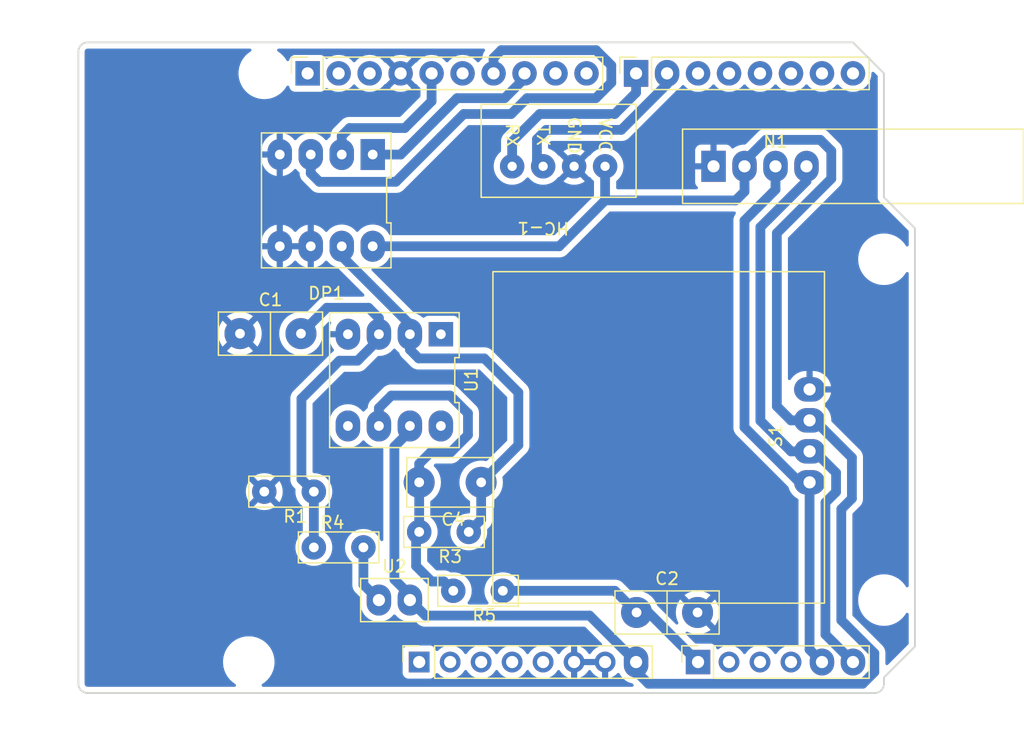
<source format=kicad_pcb>
(kicad_pcb (version 20211014) (generator pcbnew)
  (title_block (date "mar. 31 mars 2015"))
  (layers (0 "F.Cu" signal) (31 "B.Cu" signal) (34 "B.Paste" user) (35 "F.Paste" user) (36 "B.SilkS" user "B.Silkscreen") (37 "F.SilkS" user "F.Silkscreen") (38 "B.Mask" user) (39 "F.Mask" user) (44 "Edge.Cuts" user))
  (net 0 "")
  (net 1 "GND")
  (net 3 "+5V")
  (net 4 "/IOREF")
  (net 5 "/A0")
  (net 6 "/A1")
  (net 7 "/A2")
  (net 8 "/A3")
  (net 9 "/SDA{slash}A4")
  (net 10 "/SCL{slash}A5")
  (net 11 "/13")
  (net 12 "/12")
  (net 13 "/AREF")
  (net 14 "/8")
  (net 15 "Net-(C1-Pad1)")
  (net 16 "Net-(C4-Pad1)")
  (net 17 "/*9")
  (net 18 "/2")
  (net 19 "/*10")
  (net 20 "/TX{slash}1")
  (net 21 "/*3")
  (net 22 "/RX{slash}0")
  (net 23 "+3V3")
  (net 24 "VCC")
  (net 25 "/~{RESET}")
  (net 26 "Net-(C4-Pad2)")
  (net 27 "/*11")
  (net 28 "/7")
  (net 31 "Net-(R4-Pad2)")
  (net 32 "/4")
  (net 33 "/*5")
  (net 34 "/*6")
  (footprint "Connector_PinSocket_2.54mm:PinSocket_1x08_P2.54mm_Vertical" (layer "F.Cu") (at 127.94 97.46 90)
    (fp_text reference "J1" hide)
    (fp_text value "Power")
    (fp_line (start -1.33 19.11) (end 1.33 19.11) (layer "F.SilkS") (width 0.12))
    (fp_line (start 1.33 1.27) (end 1.33 19.11) (layer "F.SilkS") (width 0.12))
    (fp_line (start -1.33 1.27) (end 1.33 1.27) (layer "F.SilkS") (width 0.12))
    (fp_line (start 0 -1.33) (end 1.33 -1.33) (layer "F.SilkS") (width 0.12))
    (fp_line (start 1.33 -1.33) (end 1.33 0) (layer "F.SilkS") (width 0.12))
    (fp_line (start -1.33 1.27) (end -1.33 19.11) (layer "F.SilkS") (width 0.12))
    (pad "1" thru_hole rect locked (at 0 0 90) (size 1.7 1.7) (drill 1) (layers *.Cu *.Mask))
    (pad "2" thru_hole oval locked (at 0 2.54 90) (size 1.7 1.7) (drill 1) (layers *.Cu *.Mask) (net 4 "/IOREF"))
    (pad "3" thru_hole oval locked (at 0 5.08 90) (size 1.7 1.7) (drill 1) (layers *.Cu *.Mask) (net 25 "/~{RESET}"))
    (pad "4" thru_hole oval locked (at 0 7.62 90) (size 1.7 1.7) (drill 1) (layers *.Cu *.Mask) (net 23 "+3V3"))
    (pad "5" thru_hole oval locked (at 0 10.16 90) (size 1.7 1.7) (drill 1) (layers *.Cu *.Mask) (net 3 "+5V"))
    (pad "6" thru_hole oval locked (at 0 12.7 90) (size 1.7 1.7) (drill 1) (layers *.Cu *.Mask) (net 1 "GND"))
    (pad "7" thru_hole oval locked (at 0 15.24 90) (size 1.7 1.7) (drill 1) (layers *.Cu *.Mask) (net 1 "GND"))
    (pad "8" thru_hole oval locked (at 0 17.78 90) (size 2.54 2) (drill 1) (layers *.Cu *.Mask) (net 24 "VCC"))
  )
  (footprint "Connector_PinSocket_2.54mm:PinSocket_1x06_P2.54mm_Vertical" (layer "F.Cu") (at 150.8 97.46 90)
    (fp_text reference "J3" hide)
    (fp_text value "Analog")
    (fp_line (start 1.33 1.27) (end 1.33 14.03) (layer "F.SilkS") (width 0.12))
    (fp_line (start 0 -1.33) (end 1.33 -1.33) (layer "F.SilkS") (width 0.12))
    (fp_line (start -1.33 1.27) (end 1.33 1.27) (layer "F.SilkS") (width 0.12))
    (fp_line (start -1.33 1.27) (end -1.33 14.03) (layer "F.SilkS") (width 0.12))
    (fp_line (start -1.33 14.03) (end 1.33 14.03) (layer "F.SilkS") (width 0.12))
    (fp_line (start 1.33 -1.33) (end 1.33 0) (layer "F.SilkS") (width 0.12))
    (pad "1" thru_hole rect locked (at 0 0 90) (size 2 2) (drill 1) (layers *.Cu *.Mask) (net 5 "/A0"))
    (pad "2" thru_hole oval locked (at 0 2.54 90) (size 1.7 1.7) (drill 1) (layers *.Cu *.Mask) (net 6 "/A1"))
    (pad "3" thru_hole oval locked (at 0 5.08 90) (size 1.7 1.7) (drill 1) (layers *.Cu *.Mask) (net 7 "/A2"))
    (pad "4" thru_hole oval locked (at 0 7.62 90) (size 1.7 1.7) (drill 1) (layers *.Cu *.Mask) (net 8 "/A3"))
    (pad "5" thru_hole oval locked (at 0 10.16 90) (size 2.2 2) (drill 1) (layers *.Cu *.Mask) (net 9 "/SDA{slash}A4"))
    (pad "6" thru_hole oval locked (at 0 12.7 90) (size 2.2 2) (drill 1) (layers *.Cu *.Mask) (net 10 "/SCL{slash}A5"))
  )
  (footprint "Connector_PinSocket_2.54mm:PinSocket_1x10_P2.54mm_Vertical" (layer "F.Cu") (at 118.796 49.2 90)
    (fp_text reference "J2" hide)
    (fp_text value "Digital/PWM")
    (fp_line (start -1.33 24.19) (end 1.33 24.19) (layer "F.SilkS") (width 0.12))
    (fp_line (start -1.33 1.27) (end -1.33 24.19) (layer "F.SilkS") (width 0.12))
    (fp_line (start 1.33 -1.33) (end 1.33 0) (layer "F.SilkS") (width 0.12))
    (fp_line (start 0 -1.33) (end 1.33 -1.33) (layer "F.SilkS") (width 0.12))
    (fp_line (start 1.33 1.27) (end 1.33 24.19) (layer "F.SilkS") (width 0.12))
    (fp_line (start -1.33 1.27) (end 1.33 1.27) (layer "F.SilkS") (width 0.12))
    (pad "1" thru_hole rect locked (at 0 0 90) (size 2 2) (drill 1) (layers *.Cu *.Mask))
    (pad "2" thru_hole circle locked (at 0 2.54 90) (size 2 2) (drill 1) (layers *.Cu *.Mask))
    (pad "3" thru_hole circle locked (at 0 5.08 90) (size 2 2) (drill 1) (layers *.Cu *.Mask) (net 13 "/AREF"))
    (pad "4" thru_hole circle locked (at 0 7.62 90) (size 2 2) (drill 1) (layers *.Cu *.Mask) (net 1 "GND"))
    (pad "5" thru_hole circle locked (at 0 10.16 90) (size 2 2) (drill 1) (layers *.Cu *.Mask) (net 11 "/13"))
    (pad "6" thru_hole circle locked (at 0 12.7 90) (size 2 2) (drill 1) (layers *.Cu *.Mask) (net 12 "/12"))
    (pad "7" thru_hole circle locked (at 0 15.24 90) (size 2 2) (drill 1) (layers *.Cu *.Mask) (net 27 "/*11"))
    (pad "8" thru_hole circle locked (at 0 17.78 90) (size 2 2) (drill 1) (layers *.Cu *.Mask) (net 19 "/*10"))
    (pad "9" thru_hole circle locked (at 0 20.32 90) (size 2 2) (drill 1) (layers *.Cu *.Mask) (net 17 "/*9"))
    (pad "10" thru_hole circle locked (at 0 22.86 90) (size 2 2) (drill 1) (layers *.Cu *.Mask) (net 14 "/8"))
  )
  (footprint "Connector_PinSocket_2.54mm:PinSocket_1x08_P2.54mm_Vertical" (layer "F.Cu") (at 145.72 49.2 90)
    (fp_text reference "J4" hide)
    (fp_text value "Digital/PWM")
    (fp_line (start -1.33 19.11) (end 1.33 19.11) (layer "F.SilkS") (width 0.12))
    (fp_line (start -1.33 1.27) (end -1.33 19.11) (layer "F.SilkS") (width 0.12))
    (fp_line (start 0 -1.33) (end 1.33 -1.33) (layer "F.SilkS") (width 0.12))
    (fp_line (start -1.33 1.27) (end 1.33 1.27) (layer "F.SilkS") (width 0.12))
    (fp_line (start 1.33 -1.33) (end 1.33 0) (layer "F.SilkS") (width 0.12))
    (fp_line (start 1.33 1.27) (end 1.33 19.11) (layer "F.SilkS") (width 0.12))
    (pad "1" thru_hole rect locked (at 0 0 90) (size 2.2 2) (drill 1) (layers *.Cu *.Mask) (net 28 "/7"))
    (pad "2" thru_hole oval locked (at 0 2.54 90) (size 2.2 2) (drill 1) (layers *.Cu *.Mask) (net 34 "/*6"))
    (pad "3" thru_hole circle locked (at 0 5.08 90) (size 2 2) (drill 1) (layers *.Cu *.Mask) (net 33 "/*5"))
    (pad "4" thru_hole circle locked (at 0 7.62 90) (size 2 2) (drill 1) (layers *.Cu *.Mask) (net 32 "/4"))
    (pad "5" thru_hole circle locked (at 0 10.16 90) (size 2 2) (drill 1) (layers *.Cu *.Mask) (net 21 "/*3"))
    (pad "6" thru_hole circle locked (at 0 12.7 90) (size 2 2) (drill 1) (layers *.Cu *.Mask) (net 18 "/2"))
    (pad "7" thru_hole circle locked (at 0 15.24 90) (size 2 2) (drill 1) (layers *.Cu *.Mask) (net 20 "/TX{slash}1"))
    (pad "8" thru_hole circle locked (at 0 17.78 90) (size 2 2) (drill 1) (layers *.Cu *.Mask) (net 22 "/RX{slash}0"))
  )
  (footprint "Librarie_Empreinte_capt_graphite:C_moutarde" (layer "F.Cu") (at 148.26 93.396 180)
    (fp_text reference "C2" (at 0 2.77) (layer "F.SilkS"))
    (fp_text value "100n")
    (fp_line (start 0 -1.77) (end 0 1.77) (layer "F.SilkS") (width 0.12))
    (fp_line (start -4.27 -1.77) (end 4.27 -1.77) (layer "F.SilkS") (width 0.12))
    (fp_line (start -4.27 1.77) (end -4.27 -1.77) (layer "F.SilkS") (width 0.12))
    (fp_line (start 4.27 1.77) (end -4.27 1.77) (layer "F.SilkS") (width 0.12))
    (fp_line (start 4.27 -1.77) (end 4.27 1.77) (layer "F.SilkS") (width 0.12))
    (pad "1" thru_hole circle (at -2.5 0 180) (size 2.54 2.54) (drill 0.8) (layers *.Cu *.Mask) (net 1 "GND"))
    (pad "2" thru_hole circle (at 2.5 0 180) (size 2.54 2.54) (drill 0.8) (layers *.Cu *.Mask) (net 5 "/A0"))
  )
  (footprint "Librarie_Empreinte_capt_graphite:LTC1050" (layer "F.Cu") (at 125.908 74.346 180)
    (fp_text reference "U1" (at -6.31 0 90) (layer "F.SilkS"))
    (fp_text value "LTC1050")
    (fp_line (start -4.95 -1.843333) (end -4.95 1.843333) (layer "F.SilkS") (width 0.12))
    (fp_line (start -5.31 -1.843333) (end -4.95 -1.843333) (layer "F.SilkS") (width 0.12))
    (fp_line (start -4.95 1.843333) (end -5.31 1.843333) (layer "F.SilkS") (width 0.12))
    (fp_line (start -5.31 -5.53) (end -5.31 -1.843333) (layer "F.SilkS") (width 0.12))
    (fp_line (start -5.31 5.53) (end 5.31 5.53) (layer "F.SilkS") (width 0.12))
    (fp_line (start -5.31 1.843333) (end -5.31 5.53) (layer "F.SilkS") (width 0.12))
    (fp_line (start 5.31 5.53) (end 5.31 -5.53) (layer "F.SilkS") (width 0.12))
    (fp_line (start 5.31 -5.53) (end -5.31 -5.53) (layer "F.SilkS") (width 0.12))
    (pad "1" thru_hole rect (at -3.81 3.76 180) (size 2 2) (drill 0.8) (layers *.Cu *.Mask))
    (pad "2" thru_hole oval (at -1.27 3.76 180) (size 2 2.54) (drill 0.8) (layers *.Cu *.Mask) (net 26 "Net-(C4-Pad2)"))
    (pad "3" thru_hole oval (at 1.27 3.76 180) (size 2 2.54) (drill 0.8) (layers *.Cu *.Mask) (net 15 "Net-(C1-Pad1)"))
    (pad "4" thru_hole oval (at 3.81 3.76 180) (size 2 2.54) (drill 0.8) (layers *.Cu *.Mask) (net 1 "GND"))
    (pad "5" thru_hole oval (at 3.81 -3.76 180) (size 2 2.54) (drill 0.8) (layers *.Cu *.Mask))
    (pad "6" thru_hole oval (at 1.27 -3.76 180) (size 2 2.54) (drill 0.8) (layers *.Cu *.Mask) (net 16 "Net-(C4-Pad1)"))
    (pad "7" thru_hole oval (at -1.27 -3.76 180) (size 2 2.54) (drill 0.8) (layers *.Cu *.Mask) (net 24 "VCC"))
    (pad "8" thru_hole oval (at -3.81 -3.76 180) (size 2 2.54) (drill 0.8) (layers *.Cu *.Mask))
  )
  (footprint "Librarie_Empreinte_capt_graphite:OLED" (layer "F.Cu") (at 159.944 78.918 -90)
    (fp_text reference "S1" (at 0 2.77 90) (layer "F.SilkS"))
    (fp_text value "OLED")
    (fp_rect (start -13.462 -1.2192) (end 13.716 25.9588) (layer "F.SilkS") (width 0.12) (fill none))
    (pad "1" thru_hole oval (at -3.81 0 270) (size 2 2.54) (drill 1) (layers *.Cu *.Mask) (net 1 "GND"))
    (pad "2" thru_hole oval (at -1.27 0 270) (size 2 2.54) (drill 1) (layers *.Cu *.Mask) (net 24 "VCC"))
    (pad "3" thru_hole oval (at 1.27 0 270) (size 2 2.54) (drill 1) (layers *.Cu *.Mask) (net 10 "/SCL{slash}A5"))
    (pad "4" thru_hole oval (at 3.81 0 270) (size 2 2.54) (drill 1) (layers *.Cu *.Mask) (net 9 "/SDA{slash}A4"))
  )
  (footprint "Librarie_Empreinte_capt_graphite:Nunchuk" (layer "F.Cu") (at 157.15 56.82)
    (fp_text reference "N1" (at 0 -2.032 unlocked) (layer "F.SilkS"))
    (fp_text value "Nunchuk")
    (fp_rect (start -7.62 -3.048) (end 20.32 3.048) (layer "F.SilkS") (width 0.12) (fill none))
    (pad "1" thru_hole rect (at -5.08 0) (size 2 2.54) (drill 1) (layers *.Cu *.Mask) (net 1 "GND"))
    (pad "2" thru_hole oval (at -2.54 0) (size 2 2.54) (drill 1) (layers *.Cu *.Mask) (net 24 "VCC"))
    (pad "3" thru_hole oval (at 0 0) (size 2 2.54) (drill 1) (layers *.Cu *.Mask) (net 9 "/SDA{slash}A4"))
    (pad "4" thru_hole oval (at 2.54 0) (size 2 2.54) (drill 1) (layers *.Cu *.Mask) (net 10 "/SCL{slash}A5"))
  )
  (footprint "Librarie_Empreinte_capt_graphite:Capteur_graphite" (layer "F.Cu") (at 125.908 92.38 180)
    (fp_text reference "U2" (at 0 2.77) (layer "F.SilkS"))
    (fp_text value "Capteur_graphite")
    (fp_line (start -2.77 -1.77) (end 2.77 -1.77) (layer "F.SilkS") (width 0.12))
    (fp_line (start 2.77 -1.77) (end 2.77 1.77) (layer "F.SilkS") (width 0.12))
    (fp_line (start -2.77 1.77) (end -2.77 -1.77) (layer "F.SilkS") (width 0.12))
    (fp_line (start 2.77 1.77) (end -2.77 1.77) (layer "F.SilkS") (width 0.12))
    (pad "1" thru_hole oval (at -1.27 0 180) (size 2 2.54) (drill 1) (layers *.Cu *.Mask) (net 24 "VCC"))
    (pad "2" thru_hole oval (at 1.27 0 180) (size 2 2.54) (drill 1) (layers *.Cu *.Mask) (net 31 "Net-(R4-Pad2)"))
  )
  (footprint "Arduino_MountingHole:MountingHole_3.2mm" (layer "F.Cu") (at 115.24 49.2)
    (fp_text reference "MH1" hide)
    (fp_text value "MountingHole_3.2mm" hide)
    (pad "" np_thru_hole circle locked (at 0 0) (size 3.2 3.2) (drill 3.2) (layers *.Cu *.Mask))
  )
  (footprint "Librarie_Empreinte_capt_graphite:C_rouge" (layer "F.Cu") (at 130.48 82.728)
    (fp_text reference "C4" (at 0.254 3.048) (layer "F.SilkS"))
    (fp_text value "1µ")
    (fp_rect (start -3.556 -2.032) (end 3.556 2.032) (layer "F.SilkS") (width 0.12) (fill none))
    (pad "1" thru_hole circle (at -2.54 0) (size 2.54 2.54) (drill 0.8) (layers *.Cu *.Mask) (net 16 "Net-(C4-Pad1)"))
    (pad "2" thru_hole circle (at 2.54 0) (size 2.54 2.54) (drill 0.8) (layers *.Cu *.Mask) (net 26 "Net-(C4-Pad2)"))
  )
  (footprint "Librarie_Empreinte_capt_graphite:C_moutarde" (layer "F.Cu") (at 115.748 70.536 180)
    (fp_text reference "C1" (at 0 2.77) (layer "F.SilkS"))
    (fp_text value "100n")
    (fp_line (start -4.27 -1.77) (end 4.27 -1.77) (layer "F.SilkS") (width 0.12))
    (fp_line (start -4.27 1.77) (end -4.27 -1.77) (layer "F.SilkS") (width 0.12))
    (fp_line (start 0 -1.77) (end 0 1.77) (layer "F.SilkS") (width 0.12))
    (fp_line (start 4.27 -1.77) (end 4.27 1.77) (layer "F.SilkS") (width 0.12))
    (fp_line (start 4.27 1.77) (end -4.27 1.77) (layer "F.SilkS") (width 0.12))
    (pad "1" thru_hole circle (at -2.5 0 180) (size 2.54 2.54) (drill 0.8) (layers *.Cu *.Mask) (net 15 "Net-(C1-Pad1)"))
    (pad "2" thru_hole circle (at 2.5 0 180) (size 2.54 2.54) (drill 0.8) (layers *.Cu *.Mask) (net 1 "GND"))
  )
  (footprint "Librarie_Empreinte_capt_graphite:R" (layer "F.Cu") (at 118.796 83.49 180)
    (fp_text reference "R1" (at 1.016 -2.032) (layer "F.SilkS"))
    (fp_text value "100k")
    (fp_rect (start -1.778 -1.27) (end 4.826 1.27) (layer "F.SilkS") (width 0.12) (fill none))
    (pad "1" thru_hole circle (at -0.508 0 180) (size 2 2) (drill 0.8) (layers *.Cu *.Mask) (net 15 "Net-(C1-Pad1)"))
    (pad "2" thru_hole circle (at 3.556 0 180) (size 2 2) (drill 0.8) (layers *.Cu *.Mask) (net 1 "GND"))
  )
  (footprint "Librarie_Empreinte_capt_graphite:Bluetooth_Empreinte" (layer "F.Cu") (at 138.1 54.28 180)
    (fp_text reference "HC-1" (at 0 -7.62 180 unlocked) (layer "F.SilkS"))
    (fp_text value "Bluetooth")
    (fp_text user "RX" (at 2.54 0 270 unlocked) (layer "F.SilkS"))
    (fp_text user "TX" (at 0 0 270 unlocked) (layer "F.SilkS"))
    (fp_text user "VCC" (at -5.08 0 270 unlocked) (layer "F.SilkS"))
    (fp_text user "GND" (at -2.54 0 270 unlocked) (layer "F.SilkS"))
    (fp_line (start -7.62 0) (end -7.62 2.54) (layer "F.SilkS") (width 0.12))
    (fp_line (start 5.08 0) (end 5.08 2.54) (layer "F.SilkS") (width 0.12))
    (fp_line (start -7.62 2.54) (end 5.08 2.54) (layer "F.SilkS") (width 0.12))
    (fp_rect (start 5.08 -5.08) (end 5.08 -2.54) (layer "F.SilkS") (width 0.12) (fill none))
    (fp_rect (start 5.08 -5.08) (end -7.62 -5.08) (layer "F.SilkS") (width 0.12) (fill none))
    (fp_rect (start 5.08 -2.54) (end 5.08 0) (layer "F.SilkS") (width 0.12) (fill none))
    (fp_rect (start -7.62 0) (end -7.62 -5.08) (layer "F.SilkS") (width 0.12) (fill none))
    (pad "1" thru_hole circle (at -5.08 -2.54 180) (size 2 2) (drill 0.762) (layers *.Cu *.Mask) (net 24 "VCC"))
    (pad "2" thru_hole circle (at -2.54 -2.54 180) (size 2 2) (drill 0.762) (layers *.Cu *.Mask) (net 1 "GND"))
    (pad "3" thru_hole circle (at 0 -2.54 180) (size 2 2) (drill 0.762) (layers *.Cu *.Mask) (net 34 "/*6"))
    (pad "4" thru_hole circle (at 2.54 -2.54 180) (size 2 2) (drill 0.762) (layers *.Cu *.Mask) (net 28 "/7"))
  )
  (footprint "Librarie_Empreinte_capt_graphite:R" (layer "F.Cu") (at 119.812 88.062)
    (fp_text reference "R4" (at 1.016 -2.032) (layer "F.SilkS"))
    (fp_text value "10k")
    (fp_rect (start -1.778 -1.27) (end 4.826 1.27) (layer "F.SilkS") (width 0.12) (fill none))
    (pad "1" thru_hole circle (at -0.508 0) (size 2 2) (drill 0.8) (layers *.Cu *.Mask) (net 15 "Net-(C1-Pad1)"))
    (pad "2" thru_hole circle (at 3.556 0) (size 2 2) (drill 0.8) (layers *.Cu *.Mask) (net 31 "Net-(R4-Pad2)"))
  )
  (footprint "Arduino_MountingHole:MountingHole_3.2mm" (layer "F.Cu") (at 113.97 97.46)
    (fp_text reference "MH2" hide)
    (fp_text value "MountingHole_3.2mm" hide)
    (pad "" np_thru_hole circle locked (at 0 0) (size 3.2 3.2) (drill 3.2) (layers *.Cu *.Mask))
  )
  (footprint "Arduino_MountingHole:MountingHole_3.2mm" (layer "F.Cu") (at 166.04 64.44)
    (fp_text reference "MH3" hide)
    (fp_text value "MountingHole_3.2mm" hide)
    (pad "" np_thru_hole circle locked (at 0 0) (size 3.2 3.2) (drill 3.2) (layers *.Cu *.Mask))
  )
  (footprint "Arduino_MountingHole:MountingHole_3.2mm" (layer "F.Cu") (at 166.04 92.38)
    (fp_text reference "MH4" hide)
    (fp_text value "MountingHole_3.2mm" hide)
    (pad "" np_thru_hole circle locked (at 0 0) (size 3.2 3.2) (drill 3.2) (layers *.Cu *.Mask))
  )
  (footprint "Librarie_Empreinte_capt_graphite:R" (layer "F.Cu") (at 131.496 86.792 180)
    (fp_text reference "R3" (at 1.016 -2.032) (layer "F.SilkS"))
    (fp_text value "100k")
    (fp_rect (start -1.778 -1.27) (end 4.826 1.27) (layer "F.SilkS") (width 0.12) (fill none))
    (pad "1" thru_hole circle (at -0.508 0 180) (size 2 2) (drill 0.8) (layers *.Cu *.Mask) (net 26 "Net-(C4-Pad2)"))
    (pad "2" thru_hole circle (at 3.556 0 180) (size 2 2) (drill 0.8) (layers *.Cu *.Mask) (net 16 "Net-(C4-Pad1)"))
  )
  (footprint "Librarie_Empreinte_capt_graphite:Digital potentimeter" (layer "F.Cu") (at 120.32 59.614 180)
    (fp_text reference "DP1" (at 0 -7.62) (layer "F.SilkS"))
    (fp_text value "Digital_Potentiometer")
    (fp_line (start -5.31 -5.53) (end -5.31 -1.843333) (layer "F.SilkS") (width 0.12))
    (fp_line (start -4.95 -1.843333) (end -4.95 1.843333) (layer "F.SilkS") (width 0.12))
    (fp_line (start -5.31 5.53) (end 5.31 5.53) (layer "F.SilkS") (width 0.12))
    (fp_line (start -5.31 1.843333) (end -5.31 5.53) (layer "F.SilkS") (width 0.12))
    (fp_line (start -4.95 1.843333) (end -5.31 1.843333) (layer "F.SilkS") (width 0.12))
    (fp_line (start 5.31 -5.53) (end -5.31 -5.53) (layer "F.SilkS") (width 0.12))
    (fp_line (start -5.31 -1.843333) (end -4.95 -1.843333) (layer "F.SilkS") (width 0.12))
    (fp_line (start 5.31 5.53) (end 5.31 -5.53) (layer "F.SilkS") (width 0.12))
    (pad "1" thru_hole rect (at -3.81 3.76 180) (size 2 2.54) (drill 0.8) (layers *.Cu *.Mask) (net 19 "/*10"))
    (pad "2" thru_hole oval (at -1.27 3.76 180) (size 2 2.54) (drill 0.8) (layers *.Cu *.Mask) (net 11 "/13"))
    (pad "3" thru_hole oval (at 1.27 3.76 180) (size 2 2.54) (drill 0.8) (layers *.Cu *.Mask) (net 27 "/*11"))
    (pad "4" thru_hole oval (at 3.81 3.76 180) (size 2 2.54) (drill 0.8) (layers *.Cu *.Mask) (net 1 "GND"))
    (pad "5" thru_hole oval (at 3.81 -3.76 180) (size 2 2.54) (drill 0.8) (layers *.Cu *.Mask) (net 1 "GND"))
    (pad "6" thru_hole oval (at 1.27 -3.76 180) (size 2 2.54) (drill 0.8) (layers *.Cu *.Mask) (net 1 "GND"))
    (pad "7" thru_hole oval (at -1.27 -3.76 180) (size 2 2.54) (drill 0.8) (layers *.Cu *.Mask) (net 26 "Net-(C4-Pad2)"))
    (pad "8" thru_hole oval (at -3.81 -3.76 180) (size 2 2.54) (drill 0.8) (layers *.Cu *.Mask) (net 24 "VCC"))
  )
  (footprint "Librarie_Empreinte_capt_graphite:R" (layer "F.Cu") (at 134.29 91.618 180)
    (fp_text reference "R5" (at 1.016 -2.032) (layer "F.SilkS"))
    (fp_text value "1k")
    (fp_rect (start -1.778 -1.27) (end 4.826 1.27) (layer "F.SilkS") (width 0.12) (fill none))
    (pad "1" thru_hole circle (at -0.508 0 180) (size 2 2) (drill 0.8) (layers *.Cu *.Mask) (net 5 "/A0"))
    (pad "2" thru_hole circle (at 3.556 0 180) (size 2 2) (drill 0.8) (layers *.Cu *.Mask) (net 16 "Net-(C4-Pad1)"))
  )
  (gr_line (start 166.04 59.36) (end 168.58 61.9) (layer "Edge.Cuts") (width 0.15))
  (gr_line (start 100 99.238) (end 100 47.422) (layer "Edge.Cuts") (width 0.15))
  (gr_line (start 168.58 61.9) (end 168.58 96.19) (layer "Edge.Cuts") (width 0.15))
  (gr_line (start 165.278 100) (end 100.762 100) (layer "Edge.Cuts") (width 0.15))
  (gr_line (start 100.762 46.66) (end 163.5 46.66) (layer "Edge.Cuts") (width 0.15))
  (gr_arc (start 100.762 100) (mid 100.223185 99.776815) (end 100 99.238) (layer "Edge.Cuts") (width 0.15))
  (gr_line (start 168.58 96.19) (end 166.04 98.73) (layer "Edge.Cuts") (width 0.15))
  (gr_line (start 163.5 46.66) (end 166.04 49.2) (layer "Edge.Cuts") (width 0.15))
  (gr_arc (start 166.04 99.238) (mid 165.816815 99.776815) (end 165.278 100) (layer "Edge.Cuts") (width 0.15))
  (gr_line (start 166.04 49.2) (end 166.04 59.36) (layer "Edge.Cuts") (width 0.15))
  (gr_line (start 166.04 98.73) (end 166.04 99.238) (layer "Edge.Cuts") (width 0.15))
  (gr_arc (start 100 47.422) (mid 100.223185 46.883185) (end 100.762 46.66) (layer "Edge.Cuts") (width 0.15))
  (segment (start 143.982 91.618) (end 145.76 93.396) (width 0.8) (layer "B.Cu") (net 5))
  (segment (start 134.798 91.618) (end 143.982 91.618) (width 0.8) (layer "B.Cu") (net 5))
  (segment (start 145.76 93.396) (end 146.736 93.396) (width 0.8) (layer "B.Cu") (net 5))
  (segment (start 146.736 93.396) (end 150.8 97.46) (width 0.8) (layer "B.Cu") (net 5))
  (segment (start 159.121522 82.728) (end 159.944 82.728) (width 0.8) (layer "B.Cu") (net 9))
  (segment (start 157.15 58.731044) (end 154.61 61.271044) (width 0.8) (layer "B.Cu") (net 9))
  (segment (start 160.96 97.46) (end 159.944 96.444) (width 0.8) (layer "B.Cu") (net 9))
  (segment (start 154.61 78.216478) (end 159.121522 82.728) (width 0.8) (layer "B.Cu") (net 9))
  (segment (start 159.944 82.728) (end 159.944 96.444) (width 0.8) (layer "B.Cu") (net 9))
  (segment (start 157.15 56.82) (end 157.15 58.731044) (width 0.8) (layer "B.Cu") (net 9))
  (segment (start 154.61 61.271044) (end 154.61 78.216478) (width 0.8) (layer "B.Cu") (net 9))
  (segment (start 155.91 77.678) (end 158.42 80.188) (width 0.8) (layer "B.Cu") (net 10))
  (segment (start 162.114 81.940994) (end 160.361006 80.188) (width 0.8) (layer "B.Cu") (net 10))
  (segment (start 159.69 56.82) (end 159.69 58.029522) (width 0.8) (layer "B.Cu") (net 10))
  (segment (start 160.361006 80.188) (end 159.944 80.188) (width 0.8) (layer "B.Cu") (net 10))
  (segment (start 161.244 95.204) (end 161.244 84.385006) (width 0.8) (layer "B.Cu") (net 10))
  (segment (start 162.114 83.515006) (end 162.114 81.940994) (width 0.8) (layer "B.Cu") (net 10))
  (segment (start 159.69 58.029522) (end 155.91 61.809522) (width 0.8) (layer "B.Cu") (net 10))
  (segment (start 155.91 61.809522) (end 155.91 77.678) (width 0.8) (layer "B.Cu") (net 10))
  (segment (start 158.42 80.188) (end 159.944 80.188) (width 0.8) (layer "B.Cu") (net 10))
  (segment (start 163.5 97.46) (end 161.244 95.204) (width 0.8) (layer "B.Cu") (net 10))
  (segment (start 161.244 84.385006) (end 162.114 83.515006) (width 0.8) (layer "B.Cu") (net 10))
  (segment (start 121.59 54.324) (end 122.23 53.684) (width 0.8) (layer "B.Cu") (net 11))
  (segment (start 126.758 53.684) (end 128.956 51.486) (width 0.8) (layer "B.Cu") (net 11))
  (segment (start 122.23 53.684) (end 126.758 53.684) (width 0.8) (layer "B.Cu") (net 11))
  (segment (start 121.59 55.854) (end 121.59 54.324) (width 0.8) (layer "B.Cu") (net 11))
  (segment (start 128.956 51.486) (end 128.956 49.2) (width 0.8) (layer "B.Cu") (net 11))
  (segment (start 118.248 70.536) (end 120.368 68.416) (width 0.8) (layer "B.Cu") (net 15))
  (segment (start 119.304 83.49) (end 118.288 82.474) (width 0.8) (layer "B.Cu") (net 15))
  (segment (start 120.368 68.416) (end 123.788 68.416) (width 0.8) (layer "B.Cu") (net 15))
  (segment (start 124.638 69.266) (end 124.638 70.586) (width 0.8) (layer "B.Cu") (net 15))
  (segment (start 121.402 72.756) (end 122.885006 72.756) (width 0.8) (layer "B.Cu") (net 15))
  (segment (start 118.288 75.87) (end 121.402 72.756) (width 0.8) (layer "B.Cu") (net 15))
  (segment (start 122.885006 72.756) (end 124.638 71.003006) (width 0.8) (layer "B.Cu") (net 15))
  (segment (start 123.788 68.416) (end 124.638 69.266) (width 0.8) (layer "B.Cu") (net 15))
  (segment (start 118.288 82.474) (end 118.288 75.87) (width 0.8) (layer "B.Cu") (net 15))
  (segment (start 124.638 71.003006) (end 124.638 70.586) (width 0.8) (layer "B.Cu") (net 15))
  (segment (start 119.304 88.062) (end 119.304 83.49) (width 0.8) (layer "B.Cu") (net 15))
  (segment (start 127.94 81.204) (end 128.868 80.276) (width 0.8) (layer "B.Cu") (net 16))
  (segment (start 128.956 90.856) (end 127.686 89.586) (width 0.8) (layer "B.Cu") (net 16))
  (segment (start 125.654 75.616) (end 124.638 76.632) (width 0.8) (layer "B.Cu") (net 16))
  (segment (start 127.686 87.046) (end 127.94 86.792) (width 0.8) (layer "B.Cu") (net 16))
  (segment (start 131.938 78.843006) (end 131.938 77.074) (width 0.8) (layer "B.Cu") (net 16))
  (segment (start 131.938 77.074) (end 130.48 75.616) (width 0.8) (layer "B.Cu") (net 16))
  (segment (start 127.94 82.728) (end 127.94 86.792) (width 0.8) (layer "B.Cu") (net 16))
  (segment (start 129.972 90.856) (end 130.734 91.618) (width 0.8) (layer "B.Cu") (net 16))
  (segment (start 124.638 76.632) (end 124.638 78.106) (width 0.8) (layer "B.Cu") (net 16))
  (segment (start 128.956 90.856) (end 129.972 90.856) (width 0.8) (layer "B.Cu") (net 16))
  (segment (start 127.686 89.586) (end 127.686 87.046) (width 0.8) (layer "B.Cu") (net 16))
  (segment (start 127.94 82.728) (end 127.94 81.204) (width 0.8) (layer "B.Cu") (net 16))
  (segment (start 130.48 75.616) (end 125.654 75.616) (width 0.8) (layer "B.Cu") (net 16))
  (segment (start 130.505006 80.276) (end 131.938 78.843006) (width 0.8) (layer "B.Cu") (net 16))
  (segment (start 128.868 80.276) (end 130.505006 80.276) (width 0.8) (layer "B.Cu") (net 16))
  (segment (start 134.948001 51.232) (end 136.576 49.604001) (width 0.8) (layer "B.Cu") (net 19))
  (segment (start 126.426478 55.854) (end 131.048478 51.232) (width 0.8) (layer "B.Cu") (net 19))
  (segment (start 124.13 55.854) (end 126.426478 55.854) (width 0.8) (layer "B.Cu") (net 19))
  (segment (start 131.048478 51.232) (end 134.948001 51.232) (width 0.8) (layer "B.Cu") (net 19))
  (segment (start 136.576 49.604001) (end 136.576 49.2) (width 0.8) (layer "B.Cu") (net 19))
  (segment (start 161.722 57.836) (end 157.259717 62.298283) (width 0.8) (layer "B.Cu") (net 24))
  (segment (start 127.178 78.106) (end 127.178 78.523006) (width 0.8) (layer "B.Cu") (net 24))
  (segment (start 163.414 84.053484) (end 162.544 84.923484) (width 0.8) (layer "B.Cu") (net 24))
  (segment (start 124.13 63.374) (end 139.42 63.374) (width 0.8) (layer "B.Cu") (net 24))
  (segment (start 162.544 84.923484) (end 162.544 94.029126) (width 0.8) (layer "B.Cu") (net 24))
  (segment (start 153.886 59.614) (end 143.18 59.614) (width 0.8) (layer "B.Cu") (net 24))
  (segment (start 127.178 91.962994) (end 127.178 92.38) (width 0.8) (layer "B.Cu") (net 24))
  (segment (start 143.18 59.614) (end 143.18 56.82) (width 0.8) (layer "B.Cu") (net 24))
  (segment (start 165.25 98.283) (end 164.295 99.238) (width 0.8) (layer "B.Cu") (net 24))
  (segment (start 154.61 56.402994) (end 156.362994 54.65) (width 0.8) (layer "B.Cu") (net 24))
  (segment (start 162.544 94.029126) (end 165.25 96.735126) (width 0.8) (layer "B.Cu") (net 24))
  (segment (start 157.259717 76.493717) (end 158.414 77.648) (width 0.8) (layer "B.Cu") (net 24))
  (segment (start 128.448 93.65) (end 141.91 93.65) (width 0.8) (layer "B.Cu") (net 24))
  (segment (start 127.178 78.523006) (end 125.908 79.793006) (width 0.8) (layer "B.Cu") (net 24))
  (segment (start 125.908 79.793006) (end 125.908 90.692994) (width 0.8) (layer "B.Cu") (net 24))
  (segment (start 156.362994 54.65) (end 160.822 54.65) (width 0.8) (layer "B.Cu") (net 24))
  (segment (start 161.722 55.55) (end 161.722 57.836) (width 0.8) (layer "B.Cu") (net 24))
  (segment (start 158.414 77.648) (end 159.944 77.648) (width 0.8) (layer "B.Cu") (net 24))
  (segment (start 154.61 56.82) (end 154.61 56.402994) (width 0.8) (layer "B.Cu") (net 24))
  (segment (start 164.295 99.238) (end 146.736 99.238) (width 0.8) (layer "B.Cu") (net 24))
  (segment (start 127.178 92.38) (end 128.448 93.65) (width 0.8) (layer "B.Cu") (net 24))
  (segment (start 160.361006 77.648) (end 163.414 80.700994) (width 0.8) (layer "B.Cu") (net 24))
  (segment (start 159.944 77.648) (end 160.361006 77.648) (width 0.8) (layer "B.Cu") (net 24))
  (segment (start 145.72 97.46) (end 145.72 98.222) (width 0.8) (layer "B.Cu") (net 24))
  (segment (start 139.42 63.374) (end 143.18 59.614) (width 0.8) (layer "B.Cu") (net 24))
  (segment (start 141.91 93.65) (end 145.72 97.46) (width 0.8) (layer "B.Cu") (net 24))
  (segment (start 165.25 96.735126) (end 165.25 98.283) (width 0.8) (layer "B.Cu") (net 24))
  (segment (start 154.61 56.82) (end 154.61 58.89) (width 0.8) (layer "B.Cu") (net 24))
  (segment (start 160.822 54.65) (end 161.722 55.55) (width 0.8) (layer "B.Cu") (net 24))
  (segment (start 154.61 58.89) (end 153.886 59.614) (width 0.8) (layer "B.Cu") (net 24))
  (segment (start 163.414 80.700994) (end 163.414 84.053484) (width 0.8) (layer "B.Cu") (net 24))
  (segment (start 157.259717 62.298283) (end 157.259717 76.493717) (width 0.8) (layer "B.Cu") (net 24))
  (segment (start 146.736 99.238) (end 145.72 98.222) (width 0.8) (layer "B.Cu") (net 24))
  (segment (start 125.908 90.692994) (end 127.178 91.962994) (width 0.8) (layer "B.Cu") (net 24))
  (segment (start 136.068 75.362) (end 136.068 79.68) (width 0.8) (layer "B.Cu") (net 26))
  (segment (start 127.178 69.774) (end 127.178 70.586) (width 0.8) (layer "B.Cu") (net 26))
  (segment (start 121.59 64.186) (end 127.178 69.774) (width 0.8) (layer "B.Cu") (net 26))
  (segment (start 133.02 85.776) (end 132.004 86.792) (width 0.8) (layer "B.Cu") (net 26))
  (segment (start 121.59 63.374) (end 121.59 64.186) (width 0.8) (layer "B.Cu") (net 26))
  (segment (start 136.068 79.68) (end 133.02 82.728) (width 0.8) (layer "B.Cu") (net 26))
  (segment (start 127.9 72.568) (end 133.274 72.568) (width 0.8) (layer "B.Cu") (net 26))
  (segment (start 133.274 72.568) (end 136.068 75.362) (width 0.8) (layer "B.Cu") (net 26))
  (segment (start 133.02 82.728) (end 133.02 85.776) (width 0.8) (layer "B.Cu") (net 26))
  (segment (start 127.178 70.586) (end 127.178 71.846) (width 0.8) (layer "B.Cu") (net 26))
  (segment (start 127.178 71.846) (end 127.9 72.568) (width 0.8) (layer "B.Cu") (net 26))
  (segment (start 142.418 51.232) (end 143.688 49.962) (width 0.8) (layer "B.Cu") (net 27))
  (segment (start 136.786479 51.232) (end 142.418 51.232) (width 0.8) (layer "B.Cu") (net 27))
  (segment (start 143.688 48.544994) (end 142.443006 47.3) (width 0.8) (layer "B.Cu") (net 27))
  (segment (start 135.486479 52.532) (end 136.786479 51.232) (width 0.8) (layer "B.Cu") (net 27))
  (segment (start 119.05 55.854) (end 119.05 57.384) (width 0.8) (layer "B.Cu") (net 27))
  (segment (start 143.688 49.962) (end 143.688 48.544994) (width 0.8) (layer "B.Cu") (net 27))
  (segment (start 126.028956 58.09) (end 131.586956 52.532) (width 0.8) (layer "B.Cu") (net 27))
  (segment (start 134.036 47.93) (end 134.036 49.2) (width 0.8) (layer "B.Cu") (net 27))
  (segment (start 119.05 57.384) (end 119.756 58.09) (width 0.8) (layer "B.Cu") (net 27))
  (segment (start 119.05 55.854) (end 119.05 55.436994) (width 0.8) (layer "B.Cu") (net 27))
  (segment (start 131.586956 52.532) (end 135.486479 52.532) (width 0.8) (layer "B.Cu") (net 27))
  (segment (start 142.443006 47.3) (end 134.666 47.3) (width 0.8) (layer "B.Cu") (net 27))
  (segment (start 119.756 58.09) (end 126.028956 58.09) (width 0.8) (layer "B.Cu") (net 27))
  (segment (start 134.666 47.3) (end 134.036 47.93) (width 0.8) (layer "B.Cu") (net 27))
  (segment (start 135.56 54.788) (end 137.816 52.532) (width 0.8) (layer "B.Cu") (net 28))
  (segment (start 143.972478 52.532) (end 145.72 50.784478) (width 0.8) (layer "B.Cu") (net 28))
  (segment (start 135.56 56.82) (end 135.56 54.788) (width 0.8) (layer "B.Cu") (net 28))
  (segment (start 137.816 52.532) (end 143.972478 52.532) (width 0.8) (layer "B.Cu") (net 28))
  (segment (start 145.72 50.784478) (end 145.72 49.2) (width 0.8) (layer "B.Cu") (net 28))
  (segment (start 145.785126 49.2) (end 145.72 49.2) (width 0.8) (layer "B.Cu") (net 28))
  (segment (start 123.368 88.062) (end 123.368 91.11) (width 0.8) (layer "B.Cu") (net 31))
  (segment (start 123.368 91.11) (end 124.638 92.38) (width 0.8) (layer "B.Cu") (net 31))
  (segment (start 148.26 50.082956) (end 148.26 49.2) (width 0.8) (layer "B.Cu") (net 34))
  (segment (start 137.592 56.312) (end 137.592 54.594478) (width 0.8) (layer "B.Cu") (net 34))
  (segment (start 137.592 54.594478) (end 138.354478 53.832) (width 0.8) (layer "B.Cu") (net 34))
  (segment (start 144.510956 53.832) (end 148.26 50.082956) (width 0.8) (layer "B.Cu") (net 34))
  (segment (start 138.354478 53.832) (end 144.510956 53.832) (width 0.8) (layer "B.Cu") (net 34))
  (segment (start 138.1 56.82) (end 137.592 56.312) (width 0.8) (layer "B.Cu") (net 34))
  (zone (net 1) (net_name "GND") (layer "B.Cu") (connect_pads (clearance 0.508)) (min_thickness 0.254) (fill yes (thermal_gap 0.508) (thermal_bridge_width 0.508))
    (polygon (pts (xy 96.952 43.439503) (xy 174.168 43.439503) (xy 174.168 104.907503) (xy 96.444 104.907503) (xy 96.444 43.185503)))
  )
)
</source>
